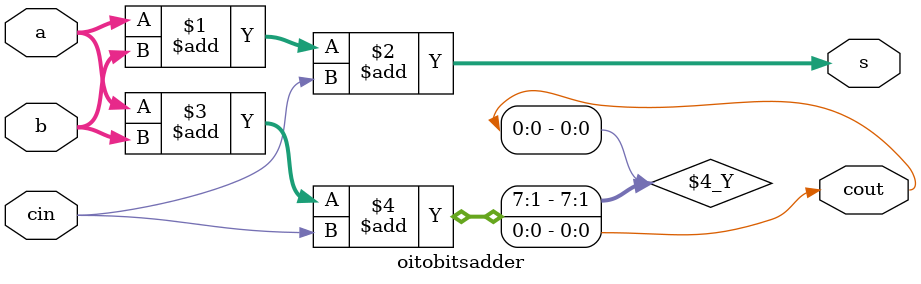
<source format=sv>
module oitobitsadder (
    // declarando as entradas "a" e "b" em 8 bits do somador 
    input logic [7:0] a, b,
    // declarando o carry-in do somador
    input logic cin,
    // declarando a saída da soma do somador em 8 bits 
    output logic [7:0] s, 
    // declarando o carry-out do somador 
    output logic cout
);
    // definindo as expressões para as saídas do somador 
    // ~ usando operadores aritméticos 
    assign s = a + b + cin; 
    assign cout = a + b + cin; 
    
endmodule 
</source>
